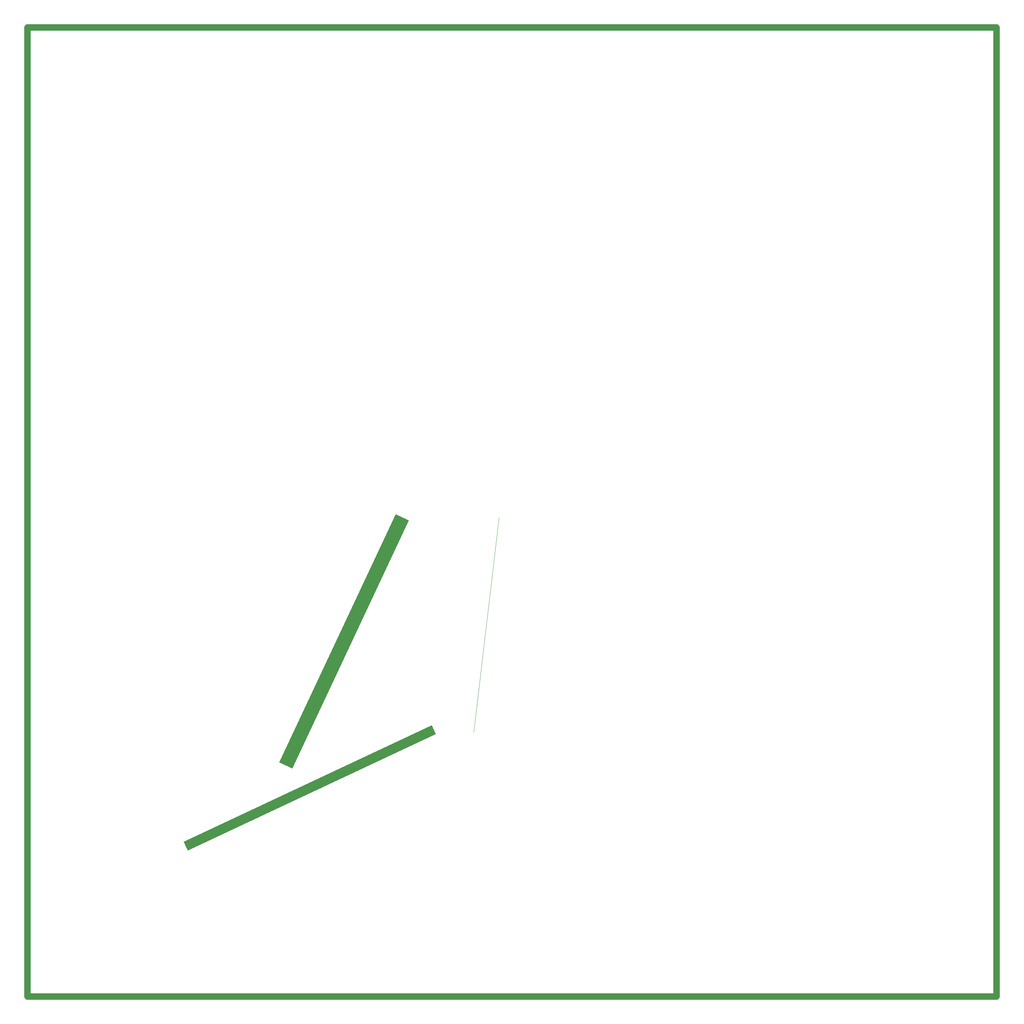
<source format=gbr>
%MOIN*%
%FSLAX23Y23*%
%OFA0.0000B0.0000*%
G90*
%AMCODE20*
20,1,$1,$2,$3,$4,$5,$6*
%
%ADD10C,0.0650*%
%ADD11CODE20,0.1X1X2X3X4X-19.85*%
%ADD12CODE20,0.15X5X6X7X8X19.85*%
%ADD13CODE20,0X6X6X7X8X19.85*%
D11
X12Y9D03*

D12
X0Y-4957D03*

D13
X1000Y-4957D03*

X0Y0D02*
G54D10*
X0Y0D01*
X10000D01*
Y10000D01*
X0D01*
Y0D01*
M02*

</source>
